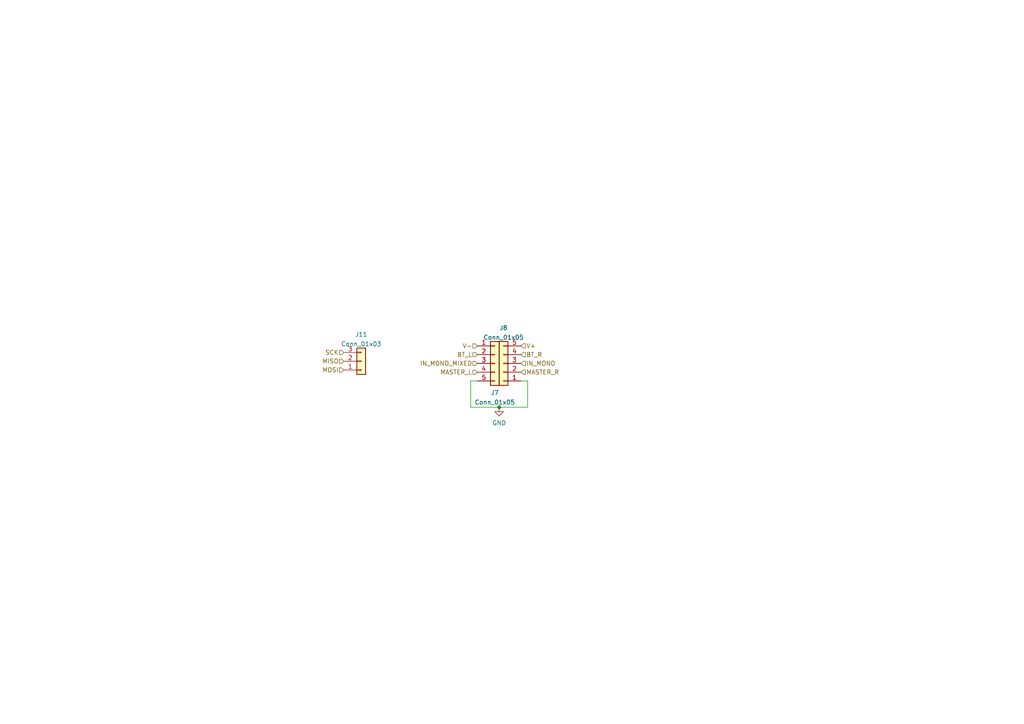
<source format=kicad_sch>
(kicad_sch (version 20211123) (generator eeschema)
  (paper "A4")
  (lib_symbols
    (symbol "Connector_Generic:Conn_01x03" (pin_names (offset 1.016) hide)
      (property "Reference" "J" (at 0 5.08 0))
      (property "Value" "Conn_01x03" (at 0 -5.08 0))
      (symbol "Conn_01x03_1_1"
        (rectangle (start -1.27 -2.413) (end 0 -2.667) (stroke (width 0.1524)))
        (rectangle (start -1.27 0.127) (end 0 -0.127) (stroke (width 0.1524)))
        (rectangle (start -1.27 2.667) (end 0 2.413) (stroke (width 0.1524)))
        (rectangle (start -1.27 3.81) (end 1.27 -3.81) (stroke (width 0.254)) (fill (type background)))
        (pin passive line (at -5.08 2.54 0) (length 3.81) (name "Pin_1") (number "1"))
        (pin passive line (at -5.08 0 0) (length 3.81) (name "Pin_2") (number "2"))
        (pin passive line (at -5.08 -2.54 0) (length 3.81) (name "Pin_3") (number "3"))
      )
    )
    (symbol "Connector_Generic:Conn_01x05" (pin_names (offset 1.016) hide)
      (property "Reference" "J" (at 0 7.62 0))
      (property "Value" "Conn_01x05" (at 0 -7.62 0))
      (symbol "Conn_01x05_1_1"
        (rectangle (start -1.27 -4.953) (end 0 -5.207) (stroke (width 0.1524)))
        (rectangle (start -1.27 -2.413) (end 0 -2.667) (stroke (width 0.1524)))
        (rectangle (start -1.27 0.127) (end 0 -0.127) (stroke (width 0.1524)))
        (rectangle (start -1.27 2.667) (end 0 2.413) (stroke (width 0.1524)))
        (rectangle (start -1.27 5.207) (end 0 4.953) (stroke (width 0.1524)))
        (rectangle (start -1.27 6.35) (end 1.27 -6.35) (stroke (width 0.254)) (fill (type background)))
        (pin passive line (at -5.08 5.08 0) (length 3.81) (name "Pin_1") (number "1"))
        (pin passive line (at -5.08 2.54 0) (length 3.81) (name "Pin_2") (number "2"))
        (pin passive line (at -5.08 0 0) (length 3.81) (name "Pin_3") (number "3"))
        (pin passive line (at -5.08 -2.54 0) (length 3.81) (name "Pin_4") (number "4"))
        (pin passive line (at -5.08 -5.08 0) (length 3.81) (name "Pin_5") (number "5"))
      )
    )
    (symbol "power:GND" (power) (pin_names (offset 0))
      (property "Value" "GND" (at 0 -3.81 0))
      (symbol "GND_0_1"
        (polyline (pts (xy 0 0) (xy 0 -1.27) (xy 1.27 -1.27) (xy 0 -2.54) (xy -1.27 -1.27) (xy 0 -1.27)))
      )
      (symbol "GND_1_1"
        (pin power_in line (at 0 0 270) (length 0) hide (name "GND") (number "1"))
      )
    )
  )
  (junction (at 144.78 118.11))
  (wire (pts (xy 153.035 118.11) (xy 144.78 118.11)))
  (wire (pts (xy 151.13 110.49) (xy 153.035 110.49)))
  (wire (pts (xy 153.035 110.49) (xy 153.035 118.11)))
  (wire (pts (xy 136.525 118.11) (xy 136.525 110.49)))
  (wire (pts (xy 136.525 110.49) (xy 138.43 110.49)))
  (wire (pts (xy 144.78 118.11) (xy 136.525 118.11)))
  (hierarchical_label "BT_R" (shape input) (at 151.13 102.87 0))
  (hierarchical_label "MASTER_R" (shape input) (at 151.13 107.95 0))
  (hierarchical_label "IN_MONO" (shape input) (at 151.13 105.41 0))
  (hierarchical_label "MOSI" (shape input) (at 99.695 107.315 180))
  (hierarchical_label "SCK" (shape input) (at 99.695 102.235 180))
  (hierarchical_label "BT_L" (shape input) (at 138.43 102.87 180))
  (hierarchical_label "V+" (shape input) (at 151.13 100.33 0))
  (hierarchical_label "IN_MONO_MIXED" (shape input) (at 138.43 105.41 180))
  (hierarchical_label "V-" (shape input) (at 138.43 100.33 180))
  (hierarchical_label "MASTER_L" (shape input) (at 138.43 107.95 180))
  (hierarchical_label "MISO" (shape input) (at 99.695 104.775 180))
  (symbol (lib_id "Connector_Generic:Conn_01x05") (at 146.05 105.41 180) (unit 1)
    (property "Reference" "J8" (at 146.05 95.0935 0))
    (property "Value" "Conn_01x05" (at 146.05 97.8686 0))
    (property "Footprint" "Connector_Harwin:Harwin_M20-89005xx_1x05_P2.54mm_Horizontal" (effects hide))
  )
  (symbol (lib_id "power:GND") (at 144.78 118.11 0) (unit 1)
    (property "Reference" "#PWR0137" (effects hide))
    (property "Value" "GND" (at 144.78 122.6725 0))
  )
  (symbol (lib_id "Connector_Generic:Conn_01x03") (at 104.775 104.775 0) (mirror x) (unit 1)
    (property "Reference" "J11" (at 104.775 96.9985 0))
    (property "Value" "Conn_01x03" (at 104.775 99.7736 0))
    (property "Footprint" "Connector_Harwin:Harwin_M20-89003xx_1x03_P2.54mm_Horizontal" (effects hide))
  )
  (symbol (lib_id "Connector_Generic:Conn_01x05") (at 143.51 105.41 0) (unit 1)
    (property "Reference" "J7" (at 143.51 113.9095 0))
    (property "Value" "Conn_01x05" (at 143.51 116.6846 0))
    (property "Footprint" "Connector_Harwin:Harwin_M20-89005xx_1x05_P2.54mm_Horizontal" (effects hide))
  )
)
</source>
